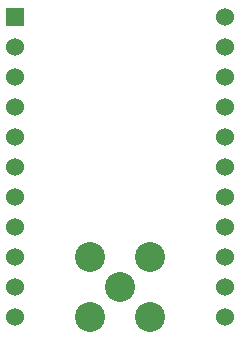
<source format=gbs>
G04 (created by PCBNEW (2013-07-07 BZR 4022)-stable) date 3/7/2014 3:43:31 AM*
%MOIN*%
G04 Gerber Fmt 3.4, Leading zero omitted, Abs format*
%FSLAX34Y34*%
G01*
G70*
G90*
G04 APERTURE LIST*
%ADD10C,0.00590551*%
%ADD11C,0.06*%
%ADD12R,0.06X0.06*%
%ADD13C,0.1*%
G04 APERTURE END LIST*
G54D10*
G54D11*
X8000Y-1000D03*
X8000Y-2000D03*
X8000Y-3000D03*
X8000Y-4000D03*
X8000Y-5000D03*
X8000Y-6000D03*
X8000Y-7000D03*
X8000Y-8000D03*
X8000Y-9000D03*
X8000Y-10000D03*
X8000Y-11000D03*
G54D12*
X1000Y-1000D03*
G54D11*
X1000Y-2000D03*
X1000Y-3000D03*
X1000Y-4000D03*
X1000Y-5000D03*
X1000Y-6000D03*
X1000Y-7000D03*
X1000Y-8000D03*
X1000Y-9000D03*
X1000Y-10000D03*
X1000Y-11000D03*
G54D13*
X4500Y-10000D03*
X3500Y-9000D03*
X5500Y-9000D03*
X5500Y-11000D03*
X3500Y-11000D03*
M02*

</source>
